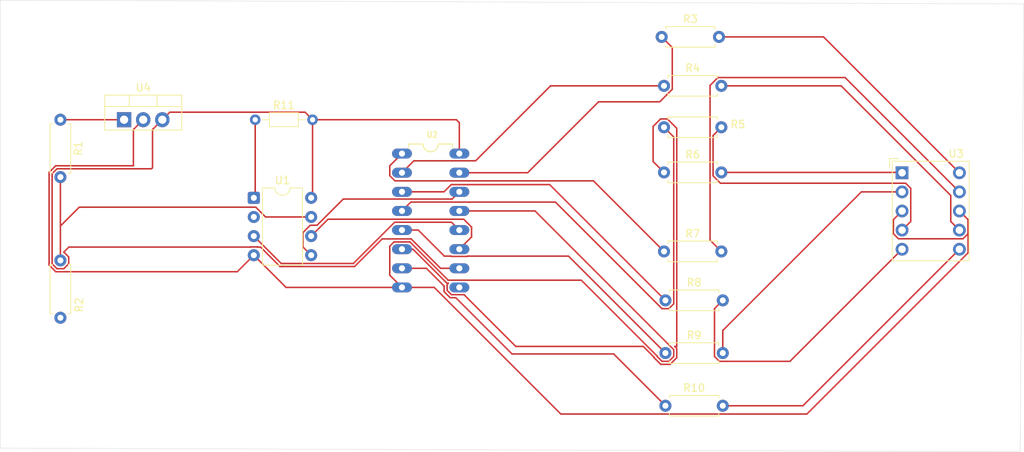
<source format=kicad_pcb>
(kicad_pcb (version 20241229) (generator "pcbnew") (generator_version "9.0")
  (title_block (title "EV BATTERY LEVEL INDICATOR") (date "2025-08-01"))
  (layers (0 "F.Cu" signal) (2 "B.Cu" signal) (13 "F.Paste" user) (15 "B.Paste" user) (5 "F.SilkS" user "F.Silkscreen") (7 "B.SilkS" user "B.Silkscreen") (1 "F.Mask" user) (3 "B.Mask" user) (25 "Edge.Cuts" user))
  (net 0 "")
  (net 1 "Net-(U1-PB2)")
  (net 2 "Net-(BT1-+)")
  (net 3 "Net-(BT1--)")
  (net 4 "Net-(U2-QA)")
  (net 5 "Net-(U3-A)")
  (net 6 "Net-(U2-QC)")
  (net 7 "Net-(U3-C)")
  (net 8 "Net-(U2-QE)")
  (net 9 "Net-(U3-E)")
  (net 10 "Net-(U3-G)")
  (net 11 "Net-(U2-QG)")
  (net 12 "Net-(U2-QB)")
  (net 13 "Net-(U3-B)")
  (net 14 "Net-(U2-QD)")
  (net 15 "Net-(U3-D)")
  (net 16 "Net-(U3-F)")
  (net 17 "Net-(U2-QF)")
  (net 18 "Net-(U3-DP)")
  (net 19 "Net-(U2-QH)")
  (net 20 "Net-(U1-~{RESET}{slash}PB5)")
  (net 21 "Net-(U1-VCC)")
  (net 22 "Net-(U1-XTAL2{slash}PB4)")
  (net 24 "Net-(U1-PB1)")
  (net 25 "Net-(U1-AREF{slash}PB0)")
  (net 26 "GND")
  (footprint "Resistor_THT:R_Axial_DIN0204_L3.6mm_D1.6mm_P7.62mm_Horizontal" (layer "F.Cu") (at 123.38 90.88)
    (property "Reference" "R11" (at 3.81 -1.92 0) (layer "F.SilkS"))
    (property "Value" "R")
    (fp_line (start 0.94 0) (end 1.89 0) (stroke (width 0.12)) (layer "F.SilkS"))
    (fp_line (start 1.89 -0.92) (end 1.89 0.92) (stroke (width 0.12)) (layer "F.SilkS"))
    (fp_line (start 1.89 0.92) (end 5.73 0.92) (stroke (width 0.12)) (layer "F.SilkS"))
    (fp_line (start 5.73 -0.92) (end 1.89 -0.92) (stroke (width 0.12)) (layer "F.SilkS"))
    (fp_line (start 5.73 0.92) (end 5.73 -0.92) (stroke (width 0.12)) (layer "F.SilkS"))
    (fp_line (start 6.68 0) (end 5.73 0) (stroke (width 0.12)) (layer "F.SilkS"))
    (pad "1" thru_hole circle (at 0 0) (size 1.4 1.4) (drill 0.7) (layers "*.Cu" "*.Mask") (net 20 "Net-(U1-~{RESET}{slash}PB5)"))
    (pad "2" thru_hole oval (at 7.62 0) (size 1.4 1.4) (drill 0.7) (layers "*.Cu" "*.Mask") (net 21 "Net-(U1-VCC)"))
  )
  (footprint "Package_TO_SOT_THT:TO-220-3_Vertical" (layer "F.Cu") (at 105.96 90.88)
    (property "Reference" "U4" (at 2.54 -4.27 0) (layer "F.SilkS"))
    (property "Value" "LM7805_TO220")
    (fp_line (start -2.58 -3.27) (end -2.58 1.371) (stroke (width 0.12)) (layer "F.SilkS"))
    (fp_line (start -2.58 -3.27) (end 7.66 -3.27) (stroke (width 0.12)) (layer "F.SilkS"))
    (fp_line (start -2.58 -1.76) (end 7.66 -1.76) (stroke (width 0.12)) (layer "F.SilkS"))
    (fp_line (start -2.58 1.371) (end 7.66 1.371) (stroke (width 0.12)) (layer "F.SilkS"))
    (fp_line (start 0.69 -3.27) (end 0.69 -1.76) (stroke (width 0.12)) (layer "F.SilkS"))
    (fp_line (start 4.391 -3.27) (end 4.391 -1.76) (stroke (width 0.12)) (layer "F.SilkS"))
    (fp_line (start 7.66 -3.27) (end 7.66 1.371) (stroke (width 0.12)) (layer "F.SilkS"))
    (pad "1" thru_hole rect (at 0 0) (size 1.905 2) (drill 1.1) (layers "*.Cu" "*.Mask") (net 2 "Net-(BT1-+)"))
    (pad "2" thru_hole oval (at 2.54 0) (size 1.905 2) (drill 1.1) (layers "*.Cu" "*.Mask") (net 26 "GND"))
    (pad "3" thru_hole oval (at 5.08 0) (size 1.905 2) (drill 1.1) (layers "*.Cu" "*.Mask") (net 21 "Net-(U1-VCC)"))
  )
  (footprint "Resistor_THT:R_Axial_DIN0207_L6.3mm_D2.5mm_P7.62mm_Horizontal" (layer "F.Cu") (at 177.69 91.88)
    (property "Reference" "R5" (at 9.81 -0.38 0) (layer "F.SilkS"))
    (property "Value" "220")
    (fp_line (start 0.54 -1.37) (end 7.08 -1.37) (stroke (width 0.12)) (layer "F.SilkS"))
    (fp_line (start 0.54 -1.04) (end 0.54 -1.37) (stroke (width 0.12)) (layer "F.SilkS"))
    (fp_line (start 0.54 1.04) (end 0.54 1.37) (stroke (width 0.12)) (layer "F.SilkS"))
    (fp_line (start 0.54 1.37) (end 7.08 1.37) (stroke (width 0.12)) (layer "F.SilkS"))
    (fp_line (start 7.08 -1.37) (end 7.08 -1.04) (stroke (width 0.12)) (layer "F.SilkS"))
    (fp_line (start 7.08 1.37) (end 7.08 1.04) (stroke (width 0.12)) (layer "F.SilkS"))
    (pad "1" thru_hole circle (at 0 0) (size 1.6 1.6) (drill 0.8) (layers "*.Cu" "*.Mask") (net 8 "Net-(U2-QE)"))
    (pad "2" thru_hole oval (at 7.62 0) (size 1.6 1.6) (drill 0.8) (layers "*.Cu" "*.Mask") (net 9 "Net-(U3-E)"))
  )
  (footprint "LOGIC-74HC595N_DIP16_:DIP16-2.54-20.32X5.84MM" (layer "F.Cu") (at 146.69 104.27 -90)
    (property "Reference" "U2" (at -11.39 -0.19 0) (layer "F.SilkS") (effects (font (size 0.8 0.70009))))
    (property "Value" "LOGIC-74HC595N_DIP16_")
    (property "VALUE" "74HC595N-DIP16" (hide yes))
    (fp_line (start -10.16 2.921) (end -9.7 2.921) (stroke (width 0.127)) (layer "F.SilkS"))
    (fp_line (start -10.16 2.921) (end -10.16 1.016) (stroke (width 0.1524)) (layer "F.SilkS"))
    (fp_line (start -10.16 -2.921) (end -10.16 -1.016) (stroke (width 0.1524)) (layer "F.SilkS"))
    (fp_line (start -10.16 -2.921) (end -9.7 -2.921) (stroke (width 0.127)) (layer "F.SilkS"))
    (fp_arc (start -10.16 -1.016) (mid -9.144 0) (end -10.16 1.016) (stroke (width 0.1524)) (layer "F.SilkS"))
    (pad "1" thru_hole oval (at -8.89 3.81 270) (size 1.3208 2.6416) (drill 0.8128) (layers "*.Cu" "*.Mask") (net 12 "Net-(U2-QB)"))
    (pad "2" thru_hole oval (at -6.35 3.81 270) (size 1.3208 2.6416) (drill 0.8128) (layers "*.Cu" "*.Mask") (net 6 "Net-(U2-QC)"))
    (pad "3" thru_hole oval (at -3.81 3.81 270) (size 1.3208 2.6416) (drill 0.8128) (layers "*.Cu" "*.Mask") (net 14 "Net-(U2-QD)"))
    (pad "4" thru_hole oval (at -1.27 3.81 270) (size 1.3208 2.6416) (drill 0.8128) (layers "*.Cu" "*.Mask") (net 8 "Net-(U2-QE)"))
    (pad "5" thru_hole oval (at 1.27 3.81 270) (size 1.3208 2.6416) (drill 0.8128) (layers "*.Cu" "*.Mask") (net 17 "Net-(U2-QF)"))
    (pad "6" thru_hole oval (at 3.81 3.81 270) (size 1.3208 2.6416) (drill 0.8128) (layers "*.Cu" "*.Mask") (net 11 "Net-(U2-QG)"))
    (pad "7" thru_hole oval (at 6.35 3.81 270) (size 1.3208 2.6416) (drill 0.8128) (layers "*.Cu" "*.Mask") (net 19 "Net-(U2-QH)"))
    (pad "8" thru_hole oval (at 8.89 3.81 270) (size 1.3208 2.6416) (drill 0.8128) (layers "*.Cu" "*.Mask") (net 26 "GND"))
    (pad "9" thru_hole oval (at 8.89 -3.81 270) (size 1.3208 2.6416) (drill 0.8128) (layers "*.Cu" "*.Mask"))
    (pad "10" thru_hole oval (at 6.35 -3.81 270) (size 1.3208 2.6416) (drill 0.8128) (layers "*.Cu" "*.Mask") (net 21 "Net-(U1-VCC)"))
    (pad "11" thru_hole oval (at 3.81 -3.81 270) (size 1.3208 2.6416) (drill 0.8128) (layers "*.Cu" "*.Mask") (net 24 "Net-(U1-PB1)"))
    (pad "12" thru_hole oval (at 1.27 -3.81 270) (size 1.3208 2.6416) (drill 0.8128) (layers "*.Cu" "*.Mask") (net 22 "Net-(U1-XTAL2{slash}PB4)"))
    (pad "13" thru_hole oval (at -1.27 -3.81 270) (size 1.3208 2.6416) (drill 0.8128) (layers "*.Cu" "*.Mask") (net 26 "GND"))
    (pad "14" thru_hole oval (at -3.81 -3.81 270) (size 1.3208 2.6416) (drill 0.8128) (layers "*.Cu" "*.Mask") (net 25 "Net-(U1-AREF{slash}PB0)"))
    (pad "15" thru_hole oval (at -6.35 -3.81 270) (size 1.3208 2.6416) (drill 0.8128) (layers "*.Cu" "*.Mask") (net 4 "Net-(U2-QA)"))
    (pad "16" thru_hole oval (at -8.89 -3.81 270) (size 1.3208 2.6416) (drill 0.8128) (layers "*.Cu" "*.Mask") (net 21 "Net-(U1-VCC)"))
  )
  (footprint "Display_7Segment:Sx39-1xxxxx" (layer "F.Cu") (at 209.3175 97.9275)
    (property "Reference" "U3" (at 7.1825 -2.54 0) (layer "F.SilkS"))
    (property "Value" "SC39-11GWA")
    (fp_line (start -1.66 -1.89) (end -0.46 -1.89) (stroke (width 0.12)) (layer "F.SilkS"))
    (fp_line (start -1.66 -0.69) (end -1.66 -1.89) (stroke (width 0.12)) (layer "F.SilkS"))
    (fp_line (start -1.3 -1.53) (end -1.3 11.69) (stroke (width 0.12)) (layer "F.SilkS"))
    (fp_line (start -1.3 11.69) (end 8.92 11.69) (stroke (width 0.12)) (layer "F.SilkS"))
    (fp_line (start 8.92 -1.53) (end -1.3 -1.53) (stroke (width 0.12)) (layer "F.SilkS"))
    (fp_line (start 8.92 11.69) (end 8.92 -1.53) (stroke (width 0.12)) (layer "F.SilkS"))
    (pad "1" thru_hole rect (at 0 0) (size 1.7 1.7) (drill 1) (layers "*.Cu" "*.Mask") (net 10 "Net-(U3-G)"))
    (pad "2" thru_hole circle (at 0 2.54) (size 1.7 1.7) (drill 1) (layers "*.Cu" "*.Mask") (net 16 "Net-(U3-F)"))
    (pad "3" thru_hole circle (at 0 5.08) (size 1.7 1.7) (drill 1) (layers "*.Cu" "*.Mask") (net 26 "GND"))
    (pad "4" thru_hole circle (at 0 7.62) (size 1.7 1.7) (drill 1) (layers "*.Cu" "*.Mask") (net 9 "Net-(U3-E)"))
    (pad "5" thru_hole circle (at 0 10.16) (size 1.7 1.7) (drill 1) (layers "*.Cu" "*.Mask") (net 15 "Net-(U3-D)"))
    (pad "6" thru_hole circle (at 7.62 10.16) (size 1.7 1.7) (drill 1) (layers "*.Cu" "*.Mask") (net 18 "Net-(U3-DP)"))
    (pad "7" thru_hole circle (at 7.62 7.62) (size 1.7 1.7) (drill 1) (layers "*.Cu" "*.Mask") (net 7 "Net-(U3-C)"))
    (pad "8" thru_hole circle (at 7.62 5.08) (size 1.7 1.7) (drill 1) (layers "*.Cu" "*.Mask") (net 26 "GND"))
    (pad "9" thru_hole circle (at 7.62 2.54) (size 1.7 1.7) (drill 1) (layers "*.Cu" "*.Mask") (net 13 "Net-(U3-B)"))
    (pad "10" thru_hole circle (at 7.62 0) (size 1.7 1.7) (drill 1) (layers "*.Cu" "*.Mask") (net 5 "Net-(U3-A)"))
  )
  (footprint "Resistor_THT:R_Axial_DIN0207_L6.3mm_D2.5mm_P7.62mm_Horizontal" (layer "F.Cu") (at 97.5 109.57 -90)
    (property "Reference" "R2" (at 5.93 -2.5 90) (layer "F.SilkS"))
    (property "Value" "3.3K")
    (fp_line (start 0.54 1.37) (end 7.08 1.37) (stroke (width 0.12)) (layer "F.SilkS"))
    (fp_line (start 7.08 1.37) (end 7.08 1.04) (stroke (width 0.12)) (layer "F.SilkS"))
    (fp_line (start 0.54 1.04) (end 0.54 1.37) (stroke (width 0.12)) (layer "F.SilkS"))
    (fp_line (start 0.54 -1.04) (end 0.54 -1.37) (stroke (width 0.12)) (layer "F.SilkS"))
    (fp_line (start 0.54 -1.37) (end 7.08 -1.37) (stroke (width 0.12)) (layer "F.SilkS"))
    (fp_line (start 7.08 -1.37) (end 7.08 -1.04) (stroke (width 0.12)) (layer "F.SilkS"))
    (pad "1" thru_hole circle (at 0 0 270) (size 1.6 1.6) (drill 0.8) (layers "*.Cu" "*.Mask") (net 1 "Net-(U1-PB2)"))
    (pad "2" thru_hole oval (at 7.62 0 270) (size 1.6 1.6) (drill 0.8) (layers "*.Cu" "*.Mask") (net 3 "Net-(BT1--)"))
  )
  (footprint "Resistor_THT:R_Axial_DIN0207_L6.3mm_D2.5mm_P7.62mm_Horizontal" (layer "F.Cu") (at 177.69 86.38)
    (property "Reference" "R4" (at 3.81 -2.37 0) (layer "F.SilkS"))
    (property "Value" "220")
    (fp_line (start 0.54 -1.37) (end 7.08 -1.37) (stroke (width 0.12)) (layer "F.SilkS"))
    (fp_line (start 0.54 -1.04) (end 0.54 -1.37) (stroke (width 0.12)) (layer "F.SilkS"))
    (fp_line (start 0.54 1.04) (end 0.54 1.37) (stroke (width 0.12)) (layer "F.SilkS"))
    (fp_line (start 0.54 1.37) (end 7.08 1.37) (stroke (width 0.12)) (layer "F.SilkS"))
    (fp_line (start 7.08 -1.37) (end 7.08 -1.04) (stroke (width 0.12)) (layer "F.SilkS"))
    (fp_line (start 7.08 1.37) (end 7.08 1.04) (stroke (width 0.12)) (layer "F.SilkS"))
    (pad "1" thru_hole circle (at 0 0) (size 1.6 1.6) (drill 0.8) (layers "*.Cu" "*.Mask") (net 6 "Net-(U2-QC)"))
    (pad "2" thru_hole oval (at 7.62 0) (size 1.6 1.6) (drill 0.8) (layers "*.Cu" "*.Mask") (net 7 "Net-(U3-C)"))
  )
  (footprint "Resistor_THT:R_Axial_DIN0207_L6.3mm_D2.5mm_P7.62mm_Horizontal" (layer "F.Cu") (at 177.88 121.88)
    (property "Reference" "R9" (at 3.81 -2.37 0) (layer "F.SilkS"))
    (property "Value" "220")
    (fp_line (start 0.54 -1.37) (end 7.08 -1.37) (stroke (width 0.12)) (layer "F.SilkS"))
    (fp_line (start 0.54 -1.04) (end 0.54 -1.37) (stroke (width 0.12)) (layer "F.SilkS"))
    (fp_line (start 0.54 1.04) (end 0.54 1.37) (stroke (width 0.12)) (layer "F.SilkS"))
    (fp_line (start 0.54 1.37) (end 7.08 1.37) (stroke (width 0.12)) (layer "F.SilkS"))
    (fp_line (start 7.08 -1.37) (end 7.08 -1.04) (stroke (width 0.12)) (layer "F.SilkS"))
    (fp_line (start 7.08 1.37) (end 7.08 1.04) (stroke (width 0.12)) (layer "F.SilkS"))
    (pad "1" thru_hole circle (at 0 0) (size 1.6 1.6) (drill 0.8) (layers "*.Cu" "*.Mask") (net 17 "Net-(U2-QF)"))
    (pad "2" thru_hole oval (at 7.62 0) (size 1.6 1.6) (drill 0.8) (layers "*.Cu" "*.Mask") (net 16 "Net-(U3-F)"))
  )
  (footprint "Resistor_THT:R_Axial_DIN0207_L6.3mm_D2.5mm_P7.62mm_Horizontal" (layer "F.Cu") (at 97.5 90.88 -90)
    (property "Reference" "R1" (at 3.81 -2.37 90) (layer "F.SilkS"))
    (property "Value" "10K")
    (fp_line (start 0.54 1.37) (end 7.08 1.37) (stroke (width 0.12)) (layer "F.SilkS"))
    (fp_line (start 7.08 1.37) (end 7.08 1.04) (stroke (width 0.12)) (layer "F.SilkS"))
    (fp_line (start 0.54 1.04) (end 0.54 1.37) (stroke (width 0.12)) (layer "F.SilkS"))
    (fp_line (start 0.54 -1.04) (end 0.54 -1.37) (stroke (width 0.12)) (layer "F.SilkS"))
    (fp_line (start 0.54 -1.37) (end 7.08 -1.37) (stroke (width 0.12)) (layer "F.SilkS"))
    (fp_line (start 7.08 -1.37) (end 7.08 -1.04) (stroke (width 0.12)) (layer "F.SilkS"))
    (pad "1" thru_hole circle (at 0 0 270) (size 1.6 1.6) (drill 0.8) (layers "*.Cu" "*.Mask") (net 2 "Net-(BT1-+)"))
    (pad "2" thru_hole oval (at 7.62 0 270) (size 1.6 1.6) (drill 0.8) (layers "*.Cu" "*.Mask") (net 1 "Net-(U1-PB2)"))
  )
  (footprint "Resistor_THT:R_Axial_DIN0207_L6.3mm_D2.5mm_P7.62mm_Horizontal" (layer "F.Cu") (at 177.69 97.88)
    (property "Reference" "R6" (at 3.81 -2.37 0) (layer "F.SilkS"))
    (property "Value" "220")
    (fp_line (start 0.54 -1.37) (end 7.08 -1.37) (stroke (width 0.12)) (layer "F.SilkS"))
    (fp_line (start 0.54 -1.04) (end 0.54 -1.37) (stroke (width 0.12)) (layer "F.SilkS"))
    (fp_line (start 0.54 1.04) (end 0.54 1.37) (stroke (width 0.12)) (layer "F.SilkS"))
    (fp_line (start 0.54 1.37) (end 7.08 1.37) (stroke (width 0.12)) (layer "F.SilkS"))
    (fp_line (start 7.08 -1.37) (end 7.08 -1.04) (stroke (width 0.12)) (layer "F.SilkS"))
    (fp_line (start 7.08 1.37) (end 7.08 1.04) (stroke (width 0.12)) (layer "F.SilkS"))
    (pad "1" thru_hole circle (at 0 0) (size 1.6 1.6) (drill 0.8) (layers "*.Cu" "*.Mask") (net 11 "Net-(U2-QG)"))
    (pad "2" thru_hole oval (at 7.62 0) (size 1.6 1.6) (drill 0.8) (layers "*.Cu" "*.Mask") (net 10 "Net-(U3-G)"))
  )
  (footprint "Package_DIP:DIP-8_W7.62mm" (layer "F.Cu") (at 123.195 101.26)
    (property "Reference" "U1" (at 3.81 -2.33 0) (layer "F.SilkS"))
    (property "Value" "ATtiny85-20P")
    (fp_line (start 1.16 -1.33) (end 1.16 8.95) (stroke (width 0.12)) (layer "F.SilkS"))
    (fp_line (start 1.16 8.95) (end 6.46 8.95) (stroke (width 0.12)) (layer "F.SilkS"))
    (fp_line (start 2.81 -1.33) (end 1.16 -1.33) (stroke (width 0.12)) (layer "F.SilkS"))
    (fp_line (start 6.46 -1.33) (end 4.81 -1.33) (stroke (width 0.12)) (layer "F.SilkS"))
    (fp_line (start 6.46 8.95) (end 6.46 -1.33) (stroke (width 0.12)) (layer "F.SilkS"))
    (fp_arc (start 4.81 -1.33) (mid 3.81 -0.33) (end 2.81 -1.33) (stroke (width 0.12)) (layer "F.SilkS"))
    (pad "1" thru_hole roundrect (at 0 0) (size 1.6 1.6) (drill 0.8) (layers "*.Cu" "*.Mask") (roundrect_rratio 0.15625) (net 20 "Net-(U1-~{RESET}{slash}PB5)"))
    (pad "2" thru_hole circle (at 0 2.54) (size 1.6 1.6) (drill 0.8) (layers "*.Cu" "*.Mask"))
    (pad "3" thru_hole circle (at 0 5.08) (size 1.6 1.6) (drill 0.8) (layers "*.Cu" "*.Mask") (net 22 "Net-(U1-XTAL2{slash}PB4)"))
    (pad "4" thru_hole circle (at 0 7.62) (size 1.6 1.6) (drill 0.8) (layers "*.Cu" "*.Mask") (net 26 "GND"))
    (pad "5" thru_hole circle (at 7.62 7.62) (size 1.6 1.6) (drill 0.8) (layers "*.Cu" "*.Mask") (net 25 "Net-(U1-AREF{slash}PB0)"))
    (pad "6" thru_hole circle (at 7.62 5.08) (size 1.6 1.6) (drill 0.8) (layers "*.Cu" "*.Mask") (net 24 "Net-(U1-PB1)"))
    (pad "7" thru_hole circle (at 7.62 2.54) (size 1.6 1.6) (drill 0.8) (layers "*.Cu" "*.Mask") (net 1 "Net-(U1-PB2)"))
    (pad "8" thru_hole circle (at 7.62 0) (size 1.6 1.6) (drill 0.8) (layers "*.Cu" "*.Mask") (net 21 "Net-(U1-VCC)"))
  )
  (footprint "Resistor_THT:R_Axial_DIN0207_L6.3mm_D2.5mm_P7.62mm_Horizontal" (layer "F.Cu") (at 177.88 128.88)
    (property "Reference" "R10" (at 3.81 -2.37 0) (layer "F.SilkS"))
    (property "Value" "220")
    (fp_line (start 0.54 -1.37) (end 7.08 -1.37) (stroke (width 0.12)) (layer "F.SilkS"))
    (fp_line (start 0.54 -1.04) (end 0.54 -1.37) (stroke (width 0.12)) (layer "F.SilkS"))
    (fp_line (start 0.54 1.04) (end 0.54 1.37) (stroke (width 0.12)) (layer "F.SilkS"))
    (fp_line (start 0.54 1.37) (end 7.08 1.37) (stroke (width 0.12)) (layer "F.SilkS"))
    (fp_line (start 7.08 -1.37) (end 7.08 -1.04) (stroke (width 0.12)) (layer "F.SilkS"))
    (fp_line (start 7.08 1.37) (end 7.08 1.04) (stroke (width 0.12)) (layer "F.SilkS"))
    (pad "1" thru_hole circle (at 0 0) (size 1.6 1.6) (drill 0.8) (layers "*.Cu" "*.Mask") (net 19 "Net-(U2-QH)"))
    (pad "2" thru_hole oval (at 7.62 0) (size 1.6 1.6) (drill 0.8) (layers "*.Cu" "*.Mask") (net 18 "Net-(U3-DP)"))
  )
  (footprint "Resistor_THT:R_Axial_DIN0207_L6.3mm_D2.5mm_P7.62mm_Horizontal" (layer "F.Cu") (at 177.69 108.38)
    (property "Reference" "R7" (at 3.81 -2.37 0) (layer "F.SilkS"))
    (property "Value" "220")
    (fp_line (start 0.54 -1.37) (end 7.08 -1.37) (stroke (width 0.12)) (layer "F.SilkS"))
    (fp_line (start 0.54 -1.04) (end 0.54 -1.37) (stroke (width 0.12)) (layer "F.SilkS"))
    (fp_line (start 0.54 1.04) (end 0.54 1.37) (stroke (width 0.12)) (layer "F.SilkS"))
    (fp_line (start 0.54 1.37) (end 7.08 1.37) (stroke (width 0.12)) (layer "F.SilkS"))
    (fp_line (start 7.08 -1.37) (end 7.08 -1.04) (stroke (width 0.12)) (layer "F.SilkS"))
    (fp_line (start 7.08 1.37) (end 7.08 1.04) (stroke (width 0.12)) (layer "F.SilkS"))
    (pad "1" thru_hole circle (at 0 0) (size 1.6 1.6) (drill 0.8) (layers "*.Cu" "*.Mask") (net 12 "Net-(U2-QB)"))
    (pad "2" thru_hole oval (at 7.62 0) (size 1.6 1.6) (drill 0.8) (layers "*.Cu" "*.Mask") (net 13 "Net-(U3-B)"))
  )
  (footprint "Resistor_THT:R_Axial_DIN0207_L6.3mm_D2.5mm_P7.62mm_Horizontal" (layer "F.Cu") (at 177.88 114.88)
    (property "Reference" "R8" (at 3.81 -2.37 0) (layer "F.SilkS"))
    (property "Value" "220")
    (fp_line (start 0.54 -1.37) (end 7.08 -1.37) (stroke (width 0.12)) (layer "F.SilkS"))
    (fp_line (start 0.54 -1.04) (end 0.54 -1.37) (stroke (width 0.12)) (layer "F.SilkS"))
    (fp_line (start 0.54 1.04) (end 0.54 1.37) (stroke (width 0.12)) (layer "F.SilkS"))
    (fp_line (start 0.54 1.37) (end 7.08 1.37) (stroke (width 0.12)) (layer "F.SilkS"))
    (fp_line (start 7.08 -1.37) (end 7.08 -1.04) (stroke (width 0.12)) (layer "F.SilkS"))
    (fp_line (start 7.08 1.37) (end 7.08 1.04) (stroke (width 0.12)) (layer "F.SilkS"))
    (pad "1" thru_hole circle (at 0 0) (size 1.6 1.6) (drill 0.8) (layers "*.Cu" "*.Mask") (net 14 "Net-(U2-QD)"))
    (pad "2" thru_hole oval (at 7.62 0) (size 1.6 1.6) (drill 0.8) (layers "*.Cu" "*.Mask") (net 15 "Net-(U3-D)"))
  )
  (footprint "Resistor_THT:R_Axial_DIN0207_L6.3mm_D2.5mm_P7.62mm_Horizontal" (layer "F.Cu") (at 177.38 79.88)
    (property "Reference" "R3" (at 3.81 -2.37 0) (layer "F.SilkS"))
    (property "Value" "220")
    (fp_line (start 0.54 -1.37) (end 7.08 -1.37) (stroke (width 0.12)) (layer "F.SilkS"))
    (fp_line (start 0.54 -1.04) (end 0.54 -1.37) (stroke (width 0.12)) (layer "F.SilkS"))
    (fp_line (start 0.54 1.04) (end 0.54 1.37) (stroke (width 0.12)) (layer "F.SilkS"))
    (fp_line (start 0.54 1.37) (end 7.08 1.37) (stroke (width 0.12)) (layer "F.SilkS"))
    (fp_line (start 7.08 -1.37) (end 7.08 -1.04) (stroke (width 0.12)) (layer "F.SilkS"))
    (fp_line (start 7.08 1.37) (end 7.08 1.04) (stroke (width 0.12)) (layer "F.SilkS"))
    (pad "1" thru_hole circle (at 0 0) (size 1.6 1.6) (drill 0.8) (layers "*.Cu" "*.Mask") (net 4 "Net-(U2-QA)"))
    (pad "2" thru_hole oval (at 7.62 0) (size 1.6 1.6) (drill 0.8) (layers "*.Cu" "*.Mask") (net 5 "Net-(U3-A)"))
  )
  (gr_poly (pts (xy 89.5 75) (xy 225.5 75.5) (xy 225 135) (xy 89.5 134.5)) (stroke (width 0.05)) (fill no) (layer "Edge.Cuts"))
  (segment (start 123.45205 102.5) (end 100 102.5) (width 0.2) (layer "F.Cu") (net 1))
  (segment (start 130.815 103.8) (end 124.75205 103.8) (width 0.2) (layer "F.Cu") (net 1))
  (segment (start 97.5 98.5) (end 97.5 105) (width 0.2) (layer "F.Cu") (net 1))
  (segment (start 124.75205 103.8) (end 123.45205 102.5) (width 0.2) (layer "F.Cu") (net 1))
  (segment (start 100 102.5) (end 97.5 105) (width 0.2) (layer "F.Cu") (net 1))
  (segment (start 97.5 105) (end 97.5 109.57) (width 0.2) (layer "F.Cu") (net 1))
  (segment (start 97.5 90.88) (end 105.96 90.88) (width 0.2) (layer "F.Cu") (net 2))
  (segment (start 178.791 86.83605) (end 178.791 81.291) (width 0.2) (layer "F.Cu") (net 4))
  (segment (start 169 88.5) (end 177.12705 88.5) (width 0.2) (layer "F.Cu") (net 4))
  (segment (start 178.791 81.291) (end 177.38 79.88) (width 0.2) (layer "F.Cu") (net 4))
  (segment (start 150.5 97.92) (end 159.58 97.92) (width 0.2) (layer "F.Cu") (net 4))
  (segment (start 177.12705 88.5) (end 178.791 86.83605) (width 0.2) (layer "F.Cu") (net 4))
  (segment (start 159.58 97.92) (end 169 88.5) (width 0.2) (layer "F.Cu") (net 4))
  (segment (start 198.89 79.88) (end 216.9375 97.9275) (width 0.2) (layer "F.Cu") (net 5))
  (segment (start 185 79.88) (end 198.89 79.88) (width 0.2) (layer "F.Cu") (net 5))
  (segment (start 162.62 86.38) (end 177.69 86.38) (width 0.2) (layer "F.Cu") (net 6))
  (segment (start 144.4586 96.3414) (end 152.6586 96.3414) (width 0.2) (layer "F.Cu") (net 6))
  (segment (start 152.6586 96.3414) (end 162.62 86.38) (width 0.2) (layer "F.Cu") (net 6))
  (segment (start 142.88 97.92) (end 144.4586 96.3414) (width 0.2) (layer "F.Cu") (net 6))
  (segment (start 185.31 86.38) (end 201.22224 86.38) (width 0.2) (layer "F.Cu") (net 7))
  (segment (start 215.7865 104.3965) (end 216.9375 105.5475) (width 0.2) (layer "F.Cu") (net 7))
  (segment (start 201.22224 86.38) (end 215.7865 100.94426) (width 0.2) (layer "F.Cu") (net 7))
  (segment (start 215.7865 100.94426) (end 215.7865 104.3965) (width 0.2) (layer "F.Cu") (net 7))
  (segment (start 178.33605 115.981) (end 178.981 115.33605) (width 0.2) (layer "F.Cu") (net 8))
  (segment (start 163.26535 101.8224) (end 177.42395 115.981) (width 0.2) (layer "F.Cu") (net 8))
  (segment (start 178.981 115.33605) (end 178.981 93.171) (width 0.2) (layer "F.Cu") (net 8))
  (segment (start 178.981 93.171) (end 177.69 91.88) (width 0.2) (layer "F.Cu") (net 8))
  (segment (start 177.42395 115.981) (end 178.33605 115.981) (width 0.2) (layer "F.Cu") (net 8))
  (segment (start 144.0576 101.8224) (end 163.26535 101.8224) (width 0.2) (layer "F.Cu") (net 8))
  (segment (start 142.88 103) (end 144.0576 101.8224) (width 0.2) (layer "F.Cu") (net 8))
  (segment (start 185.18945 99.3165) (end 209.79426 99.3165) (width 0.2) (layer "F.Cu") (net 9))
  (segment (start 184.209 98.33605) (end 185.18945 99.3165) (width 0.2) (layer "F.Cu") (net 9))
  (segment (start 209.79426 99.3165) (end 210.4685 99.99074) (width 0.2) (layer "F.Cu") (net 9))
  (segment (start 184.209 92.981) (end 184.209 98.33605) (width 0.2) (layer "F.Cu") (net 9))
  (segment (start 210.4685 104.3965) (end 209.3175 105.5475) (width 0.2) (layer "F.Cu") (net 9))
  (segment (start 210.4685 99.99074) (end 210.4685 104.3965) (width 0.2) (layer "F.Cu") (net 9))
  (segment (start 185.31 91.88) (end 184.209 92.981) (width 0.2) (layer "F.Cu") (net 9))
  (segment (start 185.31 97.88) (end 209.27 97.88) (width 0.2) (layer "F.Cu") (net 10))
  (segment (start 209.27 97.88) (end 209.3175 97.9275) (width 0.2) (layer "F.Cu") (net 10))
  (segment (start 178.73705 123.1471) (end 179.1471 122.73705) (width 0.2) (layer "F.Cu") (net 11))
  (segment (start 148.8782 112.761775) (end 148.8782 113.558225) (width 0.2) (layer "F.Cu") (net 11))
  (segment (start 179.1471 122.73705) (end 179.382 122.50215) (width 0.2) (layer "F.Cu") (net 11))
  (segment (start 177.6471 123.382) (end 178.16995 123.382) (width 0.2) (layer "F.Cu") (net 11))
  (segment (start 178.50215 123.382) (end 178.73705 123.1471) (width 0.2) (layer "F.Cu") (net 11))
  (segment (start 151.1214 114.1214) (end 158 121) (width 0.2) (layer "F.Cu") (net 11))
  (segment (start 149.441375 114.1214) (end 151.1214 114.1214) (width 0.2) (layer "F.Cu") (net 11))
  (segment (start 174.9329 121) (end 176.378 122.4451) (width 0.2) (layer "F.Cu") (net 11))
  (segment (start 144.332925 108.08) (end 148.617625 112.3647) (width 0.2) (layer "F.Cu") (net 11))
  (segment (start 179.382 122.16995) (end 179.382 121.59005) (width 0.2) (layer "F.Cu") (net 11))
  (segment (start 179.382 121) (end 179.382 92.01495) (width 0.2) (layer "F.Cu") (net 11))
  (segment (start 158 121) (end 174.9329 121) (width 0.2) (layer "F.Cu") (net 11))
  (segment (start 176.378 122.50215) (end 176.6129 122.73705) (width 0.2) (layer "F.Cu") (net 11))
  (segment (start 176.24415 96.43415) (end 177.69 97.88) (width 0.2) (layer "F.Cu") (net 11))
  (segment (start 176.24415 91.7688) (end 176.24415 96.43415) (width 0.2) (layer "F.Cu") (net 11))
  (segment (start 178.14605 90.779) (end 177.23395 90.779) (width 0.2) (layer "F.Cu") (net 11))
  (segment (start 179.382 122.50215) (end 179.382 122.16995) (width 0.2) (layer "F.Cu") (net 11))
  (segment (start 178.16995 123.382) (end 178.50215 123.382) (width 0.2) (layer "F.Cu") (net 11))
  (segment (start 142.88 108.08) (end 144.332925 108.08) (width 0.2) (layer "F.Cu") (net 11))
  (segment (start 148.8782 113.558225) (end 149.441375 114.1214) (width 0.2) (layer "F.Cu") (net 11))
  (segment (start 177.25785 123.382) (end 177.3149 123.382) (width 0.2) (layer "F.Cu") (net 11))
  (segment (start 179.12415 121) (end 179.382 121) (width 0.2) (layer "F.Cu") (net 11))
  (segment (start 179.1471 121.02295) (end 179.12415 121) (width 0.2) (layer "F.Cu") (net 11))
  (segment (start 179.382 121.25785) (end 179.1471 121.02295) (width 0.2) (layer "F.Cu") (net 11))
  (segment (start 179.382 92.01495) (end 178.14605 90.779) (width 0.2) (layer "F.Cu") (net 11))
  (segment (start 149.040375 112.5996) (end 148.8782 112.761775) (width 0.2) (layer "F.Cu") (net 11))
  (segment (start 148.852525 112.5996) (end 149.040375 112.5996) (width 0.2) (layer "F.Cu") (net 11))
  (segment (start 176.6129 122.73705) (end 177.02295 123.1471) (width 0.2) (layer "F.Cu") (net 11))
  (segment (start 177.59005 123.382) (end 177.6471 123.382) (width 0.2) (layer "F.Cu") (net 11))
  (segment (start 148.617625 112.3647) (end 148.852525 112.5996) (width 0.2) (layer "F.Cu") (net 11))
  (segment (start 177.23395 90.779) (end 176.24415 91.7688) (width 0.2) (layer "F.Cu") (net 11))
  (segment (start 179.382 121.59005) (end 179.382 121.25785) (width 0.2) (layer "F.Cu") (net 11))
  (segment (start 176.378 122.4451) (end 176.378 122.50215) (width 0.2) (layer "F.Cu") (net 11))
  (segment (start 177.02295 123.1471) (end 177.25785 123.382) (width 0.2) (layer "F.Cu") (net 11))
  (segment (start 177.3149 123.382) (end 177.59005 123.382) (width 0.2) (layer "F.Cu") (net 11))
  (segment (start 141.2582 98.318225) (end 141.939975 99) (width 0.2) (layer "F.Cu") (net 12))
  (segment (start 142.88 95.38) (end 141.2582 97.0018) (width 0.2) (layer "F.Cu") (net 12))
  (segment (start 141.2582 97.0018) (end 141.2582 98.318225) (width 0.2) (layer "F.Cu") (net 12))
  (segment (start 168.31 99) (end 177.69 108.38) (width 0.2) (layer "F.Cu") (net 12))
  (segment (start 141.939975 99) (end 168.31 99) (width 0.2) (layer "F.Cu") (net 12))
  (segment (start 184.85395 85.279) (end 201.749 85.279) (width 0.2) (layer "F.Cu") (net 13))
  (segment (start 185.31 108.38) (end 183.808 106.878) (width 0.2) (layer "F.Cu") (net 13))
  (segment (start 201.749 85.279) (end 216.9375 100.4675) (width 0.2) (layer "F.Cu") (net 13))
  (segment (start 183.808 106.878) (end 183.808 86.32495) (width 0.2) (layer "F.Cu") (net 13))
  (segment (start 183.808 86.32495) (end 184.85395 85.279) (width 0.2) (layer "F.Cu") (net 13))
  (segment (start 162.5 99.5) (end 177.88 114.88) (width 0.2) (layer "F.Cu") (net 14))
  (segment (start 149.42 99.5) (end 162.5 99.5) (width 0.2) (layer "F.Cu") (net 14))
  (segment (start 142.88 100.46) (end 148.46 100.46) (width 0.2) (layer "F.Cu") (net 14))
  (segment (start 148.46 100.46) (end 149.42 99.5) (width 0.2) (layer "F.Cu") (net 14))
  (segment (start 184.399 122.33605) (end 185.04395 122.981) (width 0.2) (layer "F.Cu") (net 15))
  (segment (start 194.424 122.981) (end 209.3175 108.0875) (width 0.2) (layer "F.Cu") (net 15))
  (segment (start 184.399 115.981) (end 184.399 122.33605) (width 0.2) (layer "F.Cu") (net 15))
  (segment (start 185.04395 122.981) (end 194.424 122.981) (width 0.2) (layer "F.Cu") (net 15))
  (segment (start 185.5 114.88) (end 184.399 115.981) (width 0.2) (layer "F.Cu") (net 15))
  (segment (start 185.5 118.88) (end 203.9125 100.4675) (width 0.2) (layer "F.Cu") (net 16))
  (segment (start 203.9125 100.4675) (end 209.3175 100.4675) (width 0.2) (layer "F.Cu") (net 16))
  (segment (start 185.5 121.88) (end 185.5 118.88) (width 0.2) (layer "F.Cu") (net 16))
  (segment (start 151.558625 109.0414) (end 151.600025 109) (width 0.2) (layer "F.Cu") (net 17))
  (segment (start 149.399975 109) (end 149.441375 109.0414) (width 0.2) (layer "F.Cu") (net 17))
  (segment (start 151.600025 109) (end 165 109) (width 0.2) (layer "F.Cu") (net 17))
  (segment (start 145.04 105.54) (end 148.5 109) (width 0.2) (layer "F.Cu") (net 17))
  (segment (start 142.88 105.54) (end 145.04 105.54) (width 0.2) (layer "F.Cu") (net 17))
  (segment (start 149.441375 109.0414) (end 151.558625 109.0414) (width 0.2) (layer "F.Cu") (net 17))
  (segment (start 165 109) (end 177.88 121.88) (width 0.2) (layer "F.Cu") (net 17))
  (segment (start 148.5 109) (end 149.399975 109) (width 0.2) (layer "F.Cu") (net 17))
  (segment (start 196.145 128.88) (end 216.9375 108.0875) (width 0.2) (layer "F.Cu") (net 18))
  (segment (start 185.5 128.88) (end 196.145 128.88) (width 0.2) (layer "F.Cu") (net 18))
  (segment (start 150.0224 114.5224) (end 149.275275 114.5224) (width 0.2) (layer "F.Cu") (net 19))
  (segment (start 171 122) (end 157.5 122) (width 0.2) (layer "F.Cu") (net 19))
  (segment (start 146.12 110.62) (end 142.88 110.62) (width 0.2) (layer "F.Cu") (net 19))
  (segment (start 177.88 128.88) (end 171 122) (width 0.2) (layer "F.Cu") (net 19))
  (segment (start 148.4772 112.9772) (end 146.12 110.62) (width 0.2) (layer "F.Cu") (net 19))
  (segment (start 149.275275 114.5224) (end 148.4772 113.724325) (width 0.2) (layer "F.Cu") (net 19))
  (segment (start 157.5 122) (end 150.0224 114.5224) (width 0.2) (layer "F.Cu") (net 19))
  (segment (start 148.4772 113.724325) (end 148.4772 112.9772) (width 0.2) (layer "F.Cu") (net 19))
  (segment (start 123.38 90.88) (end 123.38 101.075) (width 0.2) (layer "F.Cu") (net 20))
  (segment (start 123.38 101.075) (end 123.195 101.26) (width 0.2) (layer "F.Cu") (net 20))
  (segment (start 122.73895 107.779) (end 122.71795 107.8) (width 0.2) (layer "F.Cu") (net 21))
  (segment (start 122.71795 107.8) (end 98.62505 107.8) (width 0.2) (layer "F.Cu") (net 21))
  (segment (start 126.435 110.1471) (end 124.0879 107.8) (width 0.2) (layer "F.Cu") (net 21))
  (segment (start 123.67205 107.8) (end 123.65105 107.779) (width 0.2) (layer "F.Cu") (net 21))
  (segment (start 123.65105 107.779) (end 122.73895 107.779) (width 0.2) (layer "F.Cu") (net 21))
  (segment (start 109.601 97.399) (end 109.739 97.261) (width 0.2) (layer "F.Cu") (net 21))
  (segment (start 97.04395 110.671) (end 96.399 110.02605) (width 0.2) (layer "F.Cu") (net 21))
  (segment (start 97.04395 97.399) (end 97.95605 97.399) (width 0.2) (layer "F.Cu") (net 21))
  (segment (start 127.0021 110.382) (end 126.6699 110.382) (width 0.2) (layer "F.Cu") (net 21))
  (segment (start 139.167075 107.8) (end 136.819975 110.1471) (width 0.2) (layer "F.Cu") (net 21))
  (segment (start 150.5 110.62) (end 148.007125 110.62) (width 0.2) (layer "F.Cu") (net 21))
  (segment (start 96.399 98.95605) (end 96.399 98.04395) (width 0.2) (layer "F.Cu") (net 21))
  (segment (start 96.399 110.02605) (end 96.399 109.11395) (width 0.2) (layer "F.Cu") (net 21))
  (segment (start 131 90.88) (end 131 101.075) (width 0.2) (layer "F.Cu") (net 21))
  (segment (start 98.601 109.11395) (end 98.601 110.02605) (width 0.2) (layer "F.Cu") (net 21))
  (segment (start 97.95605 108.469) (end 98.601 109.11395) (width 0.2) (layer "F.Cu") (net 21))
  (segment (start 109.739 97.261) (end 109.739 92.181) (width 0.2) (layer "F.Cu") (net 21))
  (segment (start 112.041 89.879) (end 129.999 89.879) (width 0.2) (layer "F.Cu") (net 21))
  (segment (start 131 101.075) (end 130.815 101.26) (width 0.2) (layer "F.Cu") (net 21))
  (segment (start 144.104725 106.7176) (end 140.249475 106.7176) (width 0.2) (layer "F.Cu") (net 21))
  (segment (start 97.95605 97.399) (end 109.601 97.399) (width 0.2) (layer "F.Cu") (net 21))
  (segment (start 136.252875 110.382) (end 127.0021 110.382) (width 0.2) (layer "F.Cu") (net 21))
  (segment (start 150.5 91.272193) (end 150.107807 90.88) (width 0.2) (layer "F.Cu") (net 21))
  (segment (start 129.999 89.879) (end 131 90.88) (width 0.2) (layer "F.Cu") (net 21))
  (segment (start 126.6699 110.382) (end 126.435 110.1471) (width 0.2) (layer "F.Cu") (net 21))
  (segment (start 98.601 110.02605) (end 97.95605 110.671) (width 0.2) (layer "F.Cu") (net 21))
  (segment (start 136.585075 110.382) (end 136.252875 110.382) (width 0.2) (layer "F.Cu") (net 21))
  (segment (start 96.399 109.11395) (end 96.399 98.95605) (width 0.2) (layer "F.Cu") (net 21))
  (segment (start 150.107807 90.88) (end 131 90.88) (width 0.2) (layer "F.Cu") (net 21))
  (segment (start 98.62505 107.8) (end 97.95605 108.469) (width 0.2) (layer "F.Cu") (net 21))
  (segment (start 111.04 90.88) (end 112.041 89.879) (width 0.2) (layer "F.Cu") (net 21))
  (segment (start 97.95605 110.671) (end 97.04395 110.671) (width 0.2) (layer "F.Cu") (net 21))
  (segment (start 136.819975 110.1471) (end 136.585075 110.382) (width 0.2) (layer "F.Cu") (net 21))
  (segment (start 96.399 98.04395) (end 97.04395 97.399) (width 0.2) (layer "F.Cu") (net 21))
  (segment (start 148.007125 110.62) (end 144.104725 106.7176) (width 0.2) (layer "F.Cu") (net 21))
  (segment (start 124.0879 107.8) (end 123.67205 107.8) (width 0.2) (layer "F.Cu") (net 21))
  (segment (start 140.249475 106.7176) (end 139.167075 107.8) (width 0.2) (layer "F.Cu") (net 21))
  (segment (start 150.5 95.38) (end 150.5 91.272193) (width 0.2) (layer "F.Cu") (net 21))
  (segment (start 109.739 92.181) (end 111.04 90.88) (width 0.2) (layer "F.Cu") (net 21))
  (segment (start 136.418975 109.981) (end 141.899975 104.5) (width 0.2) (layer "F.Cu") (net 22))
  (segment (start 149.46 104.5) (end 150.5 105.54) (width 0.2) (layer "F.Cu") (net 22))
  (segment (start 141.899975 104.5) (end 149.46 104.5) (width 0.2) (layer "F.Cu") (net 22))
  (segment (start 126.836 109.981) (end 136.418975 109.981) (width 0.2) (layer "F.Cu") (net 22))
  (segment (start 123.195 106.34) (end 126.836 109.981) (width 0.2) (layer "F.Cu") (net 22))
  (segment (start 152.1218 105.141775) (end 152.1218 106.4582) (width 0.2) (layer "F.Cu") (net 24))
  (segment (start 151.079025 104.099) (end 152.1218 105.141775) (width 0.2) (layer "F.Cu") (net 24))
  (segment (start 133.056 104.099) (end 151.079025 104.099) (width 0.2) (layer "F.Cu") (net 24))
  (segment (start 130.815 106.34) (end 133.056 104.099) (width 0.2) (layer "F.Cu") (net 24))
  (segment (start 152.1218 106.4582) (end 150.5 108.08) (width 0.2) (layer "F.Cu") (net 24))
  (segment (start 130.69695 104.901) (end 131.599 104.901) (width 0.2) (layer "F.Cu") (net 25))
  (segment (start 129.714 105.88395) (end 130.69695 104.901) (width 0.2) (layer "F.Cu") (net 25))
  (segment (start 131.599 104.901) (end 135.0786 101.4214) (width 0.2) (layer "F.Cu") (net 25))
  (segment (start 135.0786 101.4214) (end 149.5386 101.4214) (width 0.2) (layer "F.Cu") (net 25))
  (segment (start 130.815 108.88) (end 129.714 107.779) (width 0.2) (layer "F.Cu") (net 25))
  (segment (start 149.5386 101.4214) (end 150.5 100.46) (width 0.2) (layer "F.Cu") (net 25))
  (segment (start 129.714 107.779) (end 129.714 105.88395) (width 0.2) (layer "F.Cu") (net 25))
  (segment (start 95.998 110.19215) (end 95.998 110.002) (width 0.2) (layer "F.Cu") (net 26))
  (segment (start 97.78995 96.998) (end 98.12215 96.998) (width 0.2) (layer "F.Cu") (net 26))
  (segment (start 141.2582 107.681775) (end 141.2582 111.5382) (width 0.2) (layer "F.Cu") (net 26))
  (segment (start 208.1665 104.1585) (end 208.1665 106.02426) (width 0.2) (layer "F.Cu") (net 26))
  (segment (start 96.64295 110.8371) (end 96.2329 110.42705) (width 0.2) (layer "F.Cu") (net 26))
  (segment (start 141.2582 111.5382) (end 142.88 113.16) (width 0.2) (layer "F.Cu") (net 26))
  (segment (start 177.481 122.981) (end 177.42395 122.981) (width 0.2) (layer "F.Cu") (net 26))
  (segment (start 143.938625 107.1186) (end 141.821375 107.1186) (width 0.2) (layer "F.Cu") (net 26))
  (segment (start 123.195 108.88) (end 121.003 111.072) (width 0.2) (layer "F.Cu") (net 26))
  (segment (start 163.981 129.981) (end 147.16 113.16) (width 0.2) (layer "F.Cu") (net 26))
  (segment (start 209.3175 103.0075) (end 208.1665 104.1585) (width 0.2) (layer "F.Cu") (net 26))
  (segment (start 178.33605 120.779) (end 178.981 121.42395) (width 0.2) (layer "F.Cu") (net 26))
  (segment (start 97.21005 111.072) (end 96.87785 111.072) (width 0.2) (layer "F.Cu") (net 26))
  (segment (start 96.64295 97.2329) (end 96.87785 96.998) (width 0.2) (layer "F.Cu") (net 26))
  (segment (start 218.0885 104.1585) (end 216.9375 103.0075) (width 0.2) (layer "F.Cu") (net 26))
  (segment (start 217.41426 106.6985) (end 218.0885 106.02426) (width 0.2) (layer "F.Cu") (net 26))
  (segment (start 178.981 121.42395) (end 178.981 122.33605) (width 0.2) (layer "F.Cu") (net 26))
  (segment (start 177.42395 122.981) (end 176.779 122.33605) (width 0.2) (layer "F.Cu") (net 26))
  (segment (start 147.16 113.16) (end 142.88 113.16) (width 0.2) (layer "F.Cu") (net 26))
  (segment (start 178.981 122.33605) (end 178.33605 122.981) (width 0.2) (layer "F.Cu") (net 26))
  (segment (start 96.87785 96.998) (end 97.21005 96.998) (width 0.2) (layer "F.Cu") (net 26))
  (segment (start 95.998 99.12215) (end 95.998 98.78995) (width 0.2) (layer "F.Cu") (net 26))
  (segment (start 95.998 98.78995) (end 95.998 98.21005) (width 0.2) (layer "F.Cu") (net 26))
  (segment (start 208.84074 106.6985) (end 217.41426 106.6985) (width 0.2) (layer "F.Cu") (net 26))
  (segment (start 160.55705 103) (end 178.33605 120.779) (width 0.2) (layer "F.Cu") (net 26))
  (segment (start 178.33605 122.981) (end 177.481 122.981) (width 0.2) (layer "F.Cu") (net 26))
  (segment (start 208.1665 106.02426) (end 208.84074 106.6985) (width 0.2) (layer "F.Cu") (net 26))
  (segment (start 141.821375 107.1186) (end 141.2582 107.681775) (width 0.2) (layer "F.Cu") (net 26))
  (segment (start 95.998 109.85995) (end 95.998 109.28005) (width 0.2) (layer "F.Cu") (net 26))
  (segment (start 95.998 110.002) (end 95.998 109.85995) (width 0.2) (layer "F.Cu") (net 26))
  (segment (start 98.12215 111.072) (end 97.78995 111.072) (width 0.2) (layer "F.Cu") (net 26))
  (segment (start 107.199 96.998) (end 107.199 92.181) (width 0.2) (layer "F.Cu") (net 26))
  (segment (start 97.78995 111.072) (end 97.21005 111.072) (width 0.2) (layer "F.Cu") (net 26))
  (segment (start 196.67176 129.981) (end 163.981 129.981) (width 0.2) (layer "F.Cu") (net 26))
  (segment (start 218.0885 104.1585) (end 218.0885 108.56426) (width 0.2) (layer "F.Cu") (net 26))
  (segment (start 95.998 98.21005) (end 95.998 97.87785) (width 0.2) (layer "F.Cu") (net 26))
  (segment (start 96.2329 97.64295) (end 96.64295 97.2329) (width 0.2) (layer "F.Cu") (net 26))
  (segment (start 95.998 97.87785) (end 96.2329 97.64295) (width 0.2) (layer "F.Cu") (net 26))
  (segment (start 150.5 103) (end 160.55705 103) (width 0.2) (layer "F.Cu") (net 26))
  (segment (start 218.0885 106.02426) (end 218.0885 104.1585) (width 0.2) (layer "F.Cu") (net 26))
  (segment (start 176.779 122.279) (end 166.6986 112.1986) (width 0.2) (layer "F.Cu") (net 26))
  (segment (start 95.998 109.28005) (end 95.998 108.94785) (width 0.2) (layer "F.Cu") (net 26))
  (segment (start 176.779 122.33605) (end 176.779 122.279) (width 0.2) (layer "F.Cu") (net 26))
  (segment (start 96.87785 111.072) (end 96.64295 110.8371) (width 0.2) (layer "F.Cu") (net 26))
  (segment (start 149.018625 112.1986) (end 143.938625 107.1186) (width 0.2) (layer "F.Cu") (net 26))
  (segment (start 98.12215 96.998) (end 107.199 96.998) (width 0.2) (layer "F.Cu") (net 26))
  (segment (start 121.003 111.072) (end 98.12215 111.072) (width 0.2) (layer "F.Cu") (net 26))
  (segment (start 218.0885 108.56426) (end 196.67176 129.981) (width 0.2) (layer "F.Cu") (net 26))
  (segment (start 95.998 108.94785) (end 95.998 99.12215) (width 0.2) (layer "F.Cu") (net 26))
  (segment (start 127.475 113.16) (end 142.88 113.16) (width 0.2) (layer "F.Cu") (net 26))
  (segment (start 96.2329 110.42705) (end 95.998 110.19215) (width 0.2) (layer "F.Cu") (net 26))
  (segment (start 166.6986 112.1986) (end 149.018625 112.1986) (width 0.2) (layer "F.Cu") (net 26))
  (segment (start 107.199 92.181) (end 108.5 90.88) (width 0.2) (layer "F.Cu") (net 26))
  (segment (start 123.195 108.88) (end 127.475 113.16) (width 0.2) (layer "F.Cu") (net 26))
  (segment (start 97.21005 96.998) (end 97.78995 96.998) (width 0.2) (layer "F.Cu") (net 26))
)
</source>
